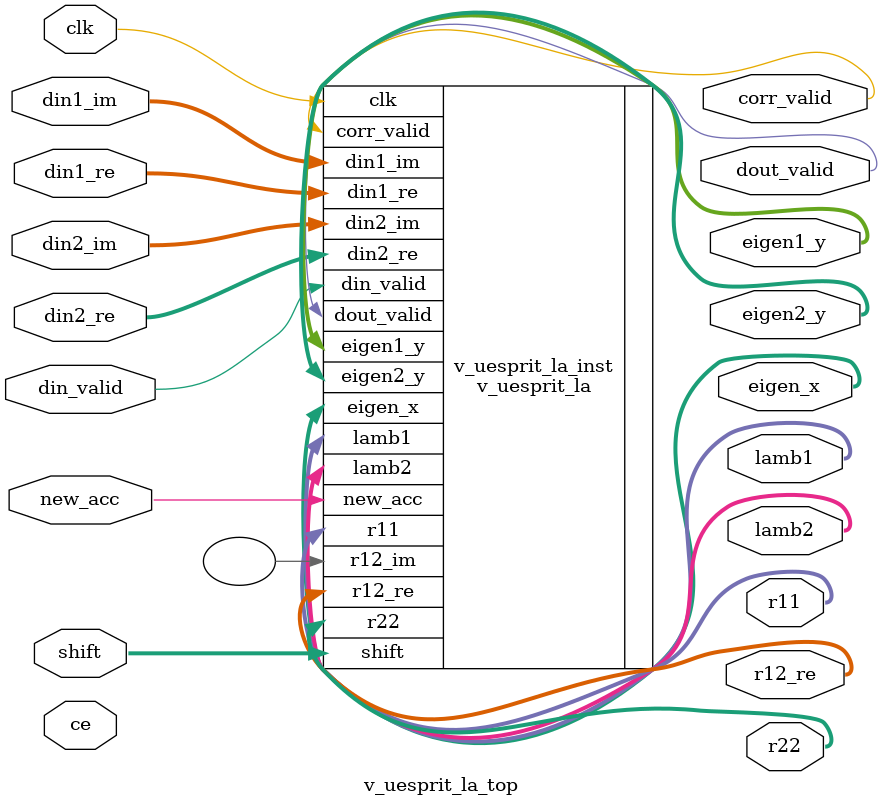
<source format=v>

module v_uesprit_la_top #(
    parameter DIN_WIDTH = 18,
    parameter DIN_POINT = 17,
    //correlation matrix parameters
    parameter VECTOR_LEN = 512,
    parameter CORR_WIDTH = 24,		//over 22 gives problems :(
    parameter CORR_POINT = 17,
    parameter CORR_DOUT_WIDTH = 32,
    //linear algebra parameters
    parameter LA_IN_WIDTH = 16,
    parameter LA_IN_POINT = 15,
    parameter SQRT_IN_WIDTH = 10,
    parameter SQRT_IN_POINT = 7,
    parameter DOUT_WIDTH = 16,
    parameter DOUT_POINT = 13,
    parameter SQRT_FILE = "sqrt.hex"
) (
    input wire clk,
    input wire ce,

    input wire signed [17:0] din1_re, din1_im,
    input wire signed [17:0] din2_re, din2_im,
    input wire din_valid,
    input wire new_acc,
    
    //for debugging
    input wire [4:0] shift,
    output wire signed [15:0] r11, r22, r12_re,
    output wire corr_valid,
    
    //linear algebra outputs
    output wire signed [15:0] lamb1, lamb2,
    output wire signed [15:0] eigen1_y, eigen2_y, eigen_x,
    output wire dout_valid
);



v_uesprit_la #(
    .DIN_WIDTH(DIN_WIDTH),
    .DIN_POINT(DIN_POINT),
    .VECTOR_LEN(VECTOR_LEN), 
    .CORR_WIDTH(CORR_WIDTH),
    .CORR_POINT(CORR_POINT),
    .CORR_DOUT_WIDTH(CORR_DOUT_WIDTH), 
    .LA_IN_WIDTH(LA_IN_WIDTH), 
    .LA_IN_POINT(LA_IN_POINT), 
    .SQRT_IN_WIDTH(SQRT_IN_WIDTH), 
    .SQRT_IN_POINT(SQRT_IN_POINT),
    .DOUT_WIDTH(DOUT_WIDTH), 
    .DOUT_POINT(DOUT_POINT),
    .SQRT_FILE(SQRT_FILE)
) v_uesprit_la_inst (
    .clk(clk),
    .din1_re(din1_re),
    .din1_im(din1_im),
    .din2_re(din2_re),
    .din2_im(din2_im),
    .din_valid(din_valid),
    .new_acc(new_acc),
    .shift(shift),
    .r11(r11),
    .r22(r22),
    .r12_re(r12_re),
    .r12_im(),
    .corr_valid(corr_valid),
    .lamb1(lamb1),
    .lamb2(lamb2),
    .eigen1_y(eigen1_y),
    .eigen2_y(eigen2_y),
    .eigen_x(eigen_x),
    .dout_valid(dout_valid)
);



endmodule 

</source>
